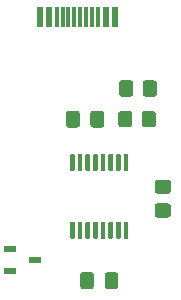
<source format=gbr>
%TF.GenerationSoftware,KiCad,Pcbnew,5.1.10-88a1d61d58~90~ubuntu20.04.1*%
%TF.CreationDate,2021-09-19T21:40:22+08:00*%
%TF.ProjectId,IP2721-USB-C-breakout,49503237-3231-42d5-9553-422d432d6272,rev?*%
%TF.SameCoordinates,Original*%
%TF.FileFunction,Paste,Top*%
%TF.FilePolarity,Positive*%
%FSLAX46Y46*%
G04 Gerber Fmt 4.6, Leading zero omitted, Abs format (unit mm)*
G04 Created by KiCad (PCBNEW 5.1.10-88a1d61d58~90~ubuntu20.04.1) date 2021-09-19 21:40:22*
%MOMM*%
%LPD*%
G01*
G04 APERTURE LIST*
%ADD10R,0.300000X1.750000*%
%ADD11R,0.600000X1.750000*%
%ADD12R,1.000000X0.600000*%
G04 APERTURE END LIST*
D10*
%TO.C,U2*%
X124804560Y-52814620D03*
X124304560Y-52814620D03*
X123804560Y-52814620D03*
X123304560Y-52814620D03*
X125804560Y-52814620D03*
X126804560Y-52814620D03*
X126304560Y-52814620D03*
X125304560Y-52814620D03*
D11*
X128254960Y-52814620D03*
X127467560Y-52814620D03*
X122666960Y-52814620D03*
X121854160Y-52814620D03*
%TD*%
D12*
%TO.C,Q1*%
X119371560Y-72438220D03*
X121491560Y-73388220D03*
X119371560Y-74338220D03*
%TD*%
%TO.C,U1*%
G36*
G01*
X124732560Y-65893720D02*
X124532560Y-65893720D01*
G75*
G02*
X124432560Y-65793720I0J100000D01*
G01*
X124432560Y-64518720D01*
G75*
G02*
X124532560Y-64418720I100000J0D01*
G01*
X124732560Y-64418720D01*
G75*
G02*
X124832560Y-64518720I0J-100000D01*
G01*
X124832560Y-65793720D01*
G75*
G02*
X124732560Y-65893720I-100000J0D01*
G01*
G37*
G36*
G01*
X125382560Y-65893720D02*
X125182560Y-65893720D01*
G75*
G02*
X125082560Y-65793720I0J100000D01*
G01*
X125082560Y-64518720D01*
G75*
G02*
X125182560Y-64418720I100000J0D01*
G01*
X125382560Y-64418720D01*
G75*
G02*
X125482560Y-64518720I0J-100000D01*
G01*
X125482560Y-65793720D01*
G75*
G02*
X125382560Y-65893720I-100000J0D01*
G01*
G37*
G36*
G01*
X126032560Y-65893720D02*
X125832560Y-65893720D01*
G75*
G02*
X125732560Y-65793720I0J100000D01*
G01*
X125732560Y-64518720D01*
G75*
G02*
X125832560Y-64418720I100000J0D01*
G01*
X126032560Y-64418720D01*
G75*
G02*
X126132560Y-64518720I0J-100000D01*
G01*
X126132560Y-65793720D01*
G75*
G02*
X126032560Y-65893720I-100000J0D01*
G01*
G37*
G36*
G01*
X126682560Y-65893720D02*
X126482560Y-65893720D01*
G75*
G02*
X126382560Y-65793720I0J100000D01*
G01*
X126382560Y-64518720D01*
G75*
G02*
X126482560Y-64418720I100000J0D01*
G01*
X126682560Y-64418720D01*
G75*
G02*
X126782560Y-64518720I0J-100000D01*
G01*
X126782560Y-65793720D01*
G75*
G02*
X126682560Y-65893720I-100000J0D01*
G01*
G37*
G36*
G01*
X127332560Y-65893720D02*
X127132560Y-65893720D01*
G75*
G02*
X127032560Y-65793720I0J100000D01*
G01*
X127032560Y-64518720D01*
G75*
G02*
X127132560Y-64418720I100000J0D01*
G01*
X127332560Y-64418720D01*
G75*
G02*
X127432560Y-64518720I0J-100000D01*
G01*
X127432560Y-65793720D01*
G75*
G02*
X127332560Y-65893720I-100000J0D01*
G01*
G37*
G36*
G01*
X127982560Y-65893720D02*
X127782560Y-65893720D01*
G75*
G02*
X127682560Y-65793720I0J100000D01*
G01*
X127682560Y-64518720D01*
G75*
G02*
X127782560Y-64418720I100000J0D01*
G01*
X127982560Y-64418720D01*
G75*
G02*
X128082560Y-64518720I0J-100000D01*
G01*
X128082560Y-65793720D01*
G75*
G02*
X127982560Y-65893720I-100000J0D01*
G01*
G37*
G36*
G01*
X128632560Y-65893720D02*
X128432560Y-65893720D01*
G75*
G02*
X128332560Y-65793720I0J100000D01*
G01*
X128332560Y-64518720D01*
G75*
G02*
X128432560Y-64418720I100000J0D01*
G01*
X128632560Y-64418720D01*
G75*
G02*
X128732560Y-64518720I0J-100000D01*
G01*
X128732560Y-65793720D01*
G75*
G02*
X128632560Y-65893720I-100000J0D01*
G01*
G37*
G36*
G01*
X129282560Y-65893720D02*
X129082560Y-65893720D01*
G75*
G02*
X128982560Y-65793720I0J100000D01*
G01*
X128982560Y-64518720D01*
G75*
G02*
X129082560Y-64418720I100000J0D01*
G01*
X129282560Y-64418720D01*
G75*
G02*
X129382560Y-64518720I0J-100000D01*
G01*
X129382560Y-65793720D01*
G75*
G02*
X129282560Y-65893720I-100000J0D01*
G01*
G37*
G36*
G01*
X129282560Y-71618720D02*
X129082560Y-71618720D01*
G75*
G02*
X128982560Y-71518720I0J100000D01*
G01*
X128982560Y-70243720D01*
G75*
G02*
X129082560Y-70143720I100000J0D01*
G01*
X129282560Y-70143720D01*
G75*
G02*
X129382560Y-70243720I0J-100000D01*
G01*
X129382560Y-71518720D01*
G75*
G02*
X129282560Y-71618720I-100000J0D01*
G01*
G37*
G36*
G01*
X128632560Y-71618720D02*
X128432560Y-71618720D01*
G75*
G02*
X128332560Y-71518720I0J100000D01*
G01*
X128332560Y-70243720D01*
G75*
G02*
X128432560Y-70143720I100000J0D01*
G01*
X128632560Y-70143720D01*
G75*
G02*
X128732560Y-70243720I0J-100000D01*
G01*
X128732560Y-71518720D01*
G75*
G02*
X128632560Y-71618720I-100000J0D01*
G01*
G37*
G36*
G01*
X127982560Y-71618720D02*
X127782560Y-71618720D01*
G75*
G02*
X127682560Y-71518720I0J100000D01*
G01*
X127682560Y-70243720D01*
G75*
G02*
X127782560Y-70143720I100000J0D01*
G01*
X127982560Y-70143720D01*
G75*
G02*
X128082560Y-70243720I0J-100000D01*
G01*
X128082560Y-71518720D01*
G75*
G02*
X127982560Y-71618720I-100000J0D01*
G01*
G37*
G36*
G01*
X127332560Y-71618720D02*
X127132560Y-71618720D01*
G75*
G02*
X127032560Y-71518720I0J100000D01*
G01*
X127032560Y-70243720D01*
G75*
G02*
X127132560Y-70143720I100000J0D01*
G01*
X127332560Y-70143720D01*
G75*
G02*
X127432560Y-70243720I0J-100000D01*
G01*
X127432560Y-71518720D01*
G75*
G02*
X127332560Y-71618720I-100000J0D01*
G01*
G37*
G36*
G01*
X126682560Y-71618720D02*
X126482560Y-71618720D01*
G75*
G02*
X126382560Y-71518720I0J100000D01*
G01*
X126382560Y-70243720D01*
G75*
G02*
X126482560Y-70143720I100000J0D01*
G01*
X126682560Y-70143720D01*
G75*
G02*
X126782560Y-70243720I0J-100000D01*
G01*
X126782560Y-71518720D01*
G75*
G02*
X126682560Y-71618720I-100000J0D01*
G01*
G37*
G36*
G01*
X126032560Y-71618720D02*
X125832560Y-71618720D01*
G75*
G02*
X125732560Y-71518720I0J100000D01*
G01*
X125732560Y-70243720D01*
G75*
G02*
X125832560Y-70143720I100000J0D01*
G01*
X126032560Y-70143720D01*
G75*
G02*
X126132560Y-70243720I0J-100000D01*
G01*
X126132560Y-71518720D01*
G75*
G02*
X126032560Y-71618720I-100000J0D01*
G01*
G37*
G36*
G01*
X125382560Y-71618720D02*
X125182560Y-71618720D01*
G75*
G02*
X125082560Y-71518720I0J100000D01*
G01*
X125082560Y-70243720D01*
G75*
G02*
X125182560Y-70143720I100000J0D01*
G01*
X125382560Y-70143720D01*
G75*
G02*
X125482560Y-70243720I0J-100000D01*
G01*
X125482560Y-71518720D01*
G75*
G02*
X125382560Y-71618720I-100000J0D01*
G01*
G37*
G36*
G01*
X124732560Y-71618720D02*
X124532560Y-71618720D01*
G75*
G02*
X124432560Y-71518720I0J100000D01*
G01*
X124432560Y-70243720D01*
G75*
G02*
X124532560Y-70143720I100000J0D01*
G01*
X124732560Y-70143720D01*
G75*
G02*
X124832560Y-70243720I0J-100000D01*
G01*
X124832560Y-71518720D01*
G75*
G02*
X124732560Y-71618720I-100000J0D01*
G01*
G37*
%TD*%
%TO.C,R3*%
G36*
G01*
X132743561Y-67806620D02*
X131843559Y-67806620D01*
G75*
G02*
X131593560Y-67556621I0J249999D01*
G01*
X131593560Y-66856619D01*
G75*
G02*
X131843559Y-66606620I249999J0D01*
G01*
X132743561Y-66606620D01*
G75*
G02*
X132993560Y-66856619I0J-249999D01*
G01*
X132993560Y-67556621D01*
G75*
G02*
X132743561Y-67806620I-249999J0D01*
G01*
G37*
G36*
G01*
X132743561Y-69806620D02*
X131843559Y-69806620D01*
G75*
G02*
X131593560Y-69556621I0J249999D01*
G01*
X131593560Y-68856619D01*
G75*
G02*
X131843559Y-68606620I249999J0D01*
G01*
X132743561Y-68606620D01*
G75*
G02*
X132993560Y-68856619I0J-249999D01*
G01*
X132993560Y-69556621D01*
G75*
G02*
X132743561Y-69806620I-249999J0D01*
G01*
G37*
%TD*%
%TO.C,R2*%
G36*
G01*
X129785560Y-58434819D02*
X129785560Y-59334821D01*
G75*
G02*
X129535561Y-59584820I-249999J0D01*
G01*
X128835559Y-59584820D01*
G75*
G02*
X128585560Y-59334821I0J249999D01*
G01*
X128585560Y-58434819D01*
G75*
G02*
X128835559Y-58184820I249999J0D01*
G01*
X129535561Y-58184820D01*
G75*
G02*
X129785560Y-58434819I0J-249999D01*
G01*
G37*
G36*
G01*
X131785560Y-58434819D02*
X131785560Y-59334821D01*
G75*
G02*
X131535561Y-59584820I-249999J0D01*
G01*
X130835559Y-59584820D01*
G75*
G02*
X130585560Y-59334821I0J249999D01*
G01*
X130585560Y-58434819D01*
G75*
G02*
X130835559Y-58184820I249999J0D01*
G01*
X131535561Y-58184820D01*
G75*
G02*
X131785560Y-58434819I0J-249999D01*
G01*
G37*
%TD*%
%TO.C,R1*%
G36*
G01*
X129708560Y-61025619D02*
X129708560Y-61925621D01*
G75*
G02*
X129458561Y-62175620I-249999J0D01*
G01*
X128758559Y-62175620D01*
G75*
G02*
X128508560Y-61925621I0J249999D01*
G01*
X128508560Y-61025619D01*
G75*
G02*
X128758559Y-60775620I249999J0D01*
G01*
X129458561Y-60775620D01*
G75*
G02*
X129708560Y-61025619I0J-249999D01*
G01*
G37*
G36*
G01*
X131708560Y-61025619D02*
X131708560Y-61925621D01*
G75*
G02*
X131458561Y-62175620I-249999J0D01*
G01*
X130758559Y-62175620D01*
G75*
G02*
X130508560Y-61925621I0J249999D01*
G01*
X130508560Y-61025619D01*
G75*
G02*
X130758559Y-60775620I249999J0D01*
G01*
X131458561Y-60775620D01*
G75*
G02*
X131708560Y-61025619I0J-249999D01*
G01*
G37*
%TD*%
%TO.C,C2*%
G36*
G01*
X126164560Y-61950620D02*
X126164560Y-61000620D01*
G75*
G02*
X126414560Y-60750620I250000J0D01*
G01*
X127089560Y-60750620D01*
G75*
G02*
X127339560Y-61000620I0J-250000D01*
G01*
X127339560Y-61950620D01*
G75*
G02*
X127089560Y-62200620I-250000J0D01*
G01*
X126414560Y-62200620D01*
G75*
G02*
X126164560Y-61950620I0J250000D01*
G01*
G37*
G36*
G01*
X124089560Y-61950620D02*
X124089560Y-61000620D01*
G75*
G02*
X124339560Y-60750620I250000J0D01*
G01*
X125014560Y-60750620D01*
G75*
G02*
X125264560Y-61000620I0J-250000D01*
G01*
X125264560Y-61950620D01*
G75*
G02*
X125014560Y-62200620I-250000J0D01*
G01*
X124339560Y-62200620D01*
G75*
G02*
X124089560Y-61950620I0J250000D01*
G01*
G37*
%TD*%
%TO.C,C1*%
G36*
G01*
X127357560Y-75631220D02*
X127357560Y-74681220D01*
G75*
G02*
X127607560Y-74431220I250000J0D01*
G01*
X128282560Y-74431220D01*
G75*
G02*
X128532560Y-74681220I0J-250000D01*
G01*
X128532560Y-75631220D01*
G75*
G02*
X128282560Y-75881220I-250000J0D01*
G01*
X127607560Y-75881220D01*
G75*
G02*
X127357560Y-75631220I0J250000D01*
G01*
G37*
G36*
G01*
X125282560Y-75631220D02*
X125282560Y-74681220D01*
G75*
G02*
X125532560Y-74431220I250000J0D01*
G01*
X126207560Y-74431220D01*
G75*
G02*
X126457560Y-74681220I0J-250000D01*
G01*
X126457560Y-75631220D01*
G75*
G02*
X126207560Y-75881220I-250000J0D01*
G01*
X125532560Y-75881220D01*
G75*
G02*
X125282560Y-75631220I0J250000D01*
G01*
G37*
%TD*%
M02*

</source>
